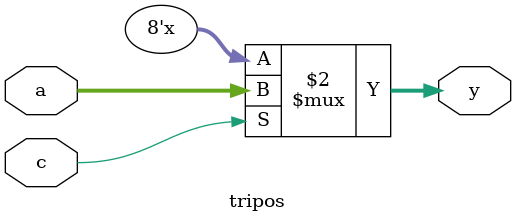
<source format=v>
`timescale 1ns/1ns

module tripos(a, c, y);
	input  [7:0] a;
	input        c;
	output [7:0] y;
	
	assign y = (c == 1'b1) ? a : 8'bzzzzzzzz;
	
endmodule

</source>
